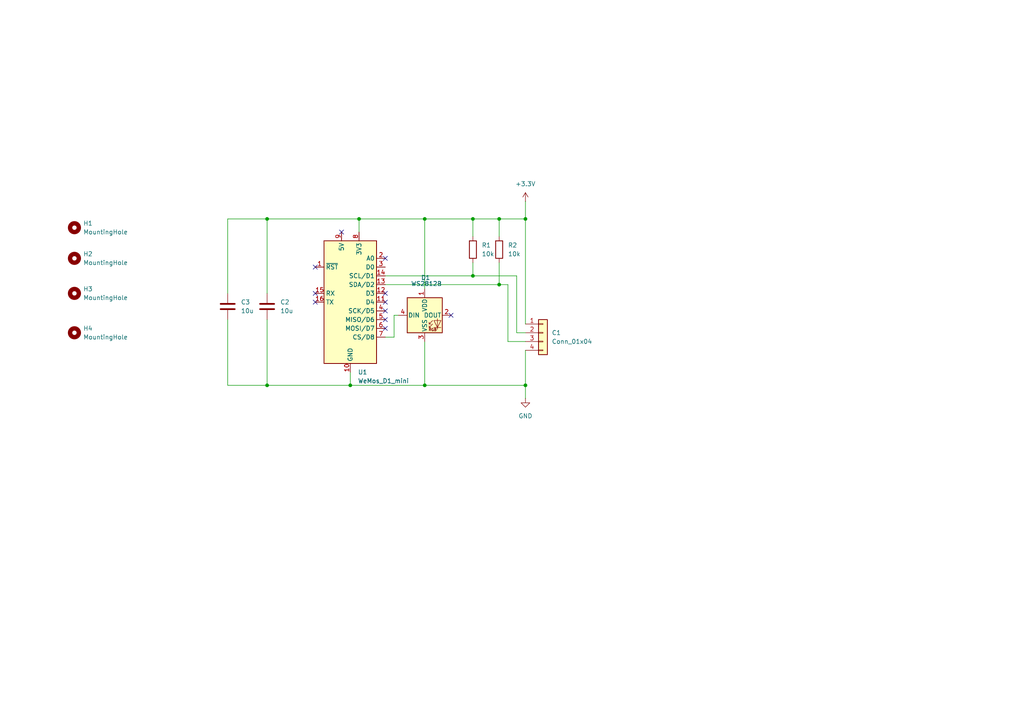
<source format=kicad_sch>
(kicad_sch (version 20231120) (generator "eeschema") (generator_version "8.0")
  (paper "A4")
  (lib_symbols
    (symbol "Device:C" (pin_numbers hide) (pin_names (offset 0.254))
      (property "Reference" "C" (at 0.635 2.54 0))
      (property "Value" "C" (at 0.635 -2.54 0))
      (symbol "C_0_1"
        (polyline (pts (xy -2.032 -0.762) (xy 2.032 -0.762)) (stroke (width 0.508)))
        (polyline (pts (xy -2.032 0.762) (xy 2.032 0.762)) (stroke (width 0.508)))
      )
      (symbol "C_1_1"
        (pin passive line (at 0 3.81 270) (length 2.794) (name "~") (number "1"))
        (pin passive line (at 0 -3.81 90) (length 2.794) (name "~") (number "2"))
      )
    )
    (symbol "Device:R" (pin_numbers hide) (pin_names (offset 0))
      (property "Reference" "R" (at 2.032 0 90))
      (property "Value" "R" (at 0 0 90))
      (symbol "R_0_1"
        (rectangle (start -1.016 -2.54) (end 1.016 2.54) (stroke (width 0.254)))
      )
      (symbol "R_1_1"
        (pin passive line (at 0 3.81 270) (length 1.27) (name "~") (number "1"))
        (pin passive line (at 0 -3.81 90) (length 1.27) (name "~") (number "2"))
      )
    )
    (symbol "LED:WS2812B" (pin_names (offset 0.254))
      (property "Reference" "D" (at 5.08 5.715 0))
      (property "Value" "WS2812B" (at 1.27 -5.715 0))
      (symbol "WS2812B_0_0"
        (text "RGB" (at 2.286 -4.191 0) (effects (font (size 0.762 0.762))))
      )
      (symbol "WS2812B_0_1"
        (polyline (pts (xy 1.27 -3.556) (xy 1.778 -3.556)))
        (polyline (pts (xy 1.27 -2.54) (xy 1.778 -2.54)))
        (polyline (pts (xy 4.699 -3.556) (xy 2.667 -3.556)))
        (polyline (pts (xy 2.286 -2.54) (xy 1.27 -3.556) (xy 1.27 -3.048)))
        (polyline (pts (xy 2.286 -1.524) (xy 1.27 -2.54) (xy 1.27 -2.032)))
        (polyline (pts (xy 3.683 -1.016) (xy 3.683 -3.556) (xy 3.683 -4.064)))
        (polyline (pts (xy 4.699 -1.524) (xy 2.667 -1.524) (xy 3.683 -3.556) (xy 4.699 -1.524)))
        (rectangle (start 5.08 5.08) (end -5.08 -5.08) (stroke (width 0.254)) (fill (type background)))
      )
      (symbol "WS2812B_1_1"
        (pin power_in line (at 0 7.62 270) (length 2.54) (name "VDD") (number "1"))
        (pin output line (at 7.62 0 180) (length 2.54) (name "DOUT") (number "2"))
        (pin power_in line (at 0 -7.62 90) (length 2.54) (name "VSS") (number "3"))
        (pin input line (at -7.62 0 0) (length 2.54) (name "DIN") (number "4"))
      )
    )
    (symbol "MCU_Module:WeMos_D1_mini"
      (property "Reference" "U" (at 3.81 19.05 0))
      (property "Value" "WeMos_D1_mini" (at 1.27 -19.05 0))
      (symbol "WeMos_D1_mini_1_1"
        (rectangle (start -7.62 17.78) (end 7.62 -17.78) (stroke (width 0.254)) (fill (type background)))
        (pin input line (at -10.16 10.16 0) (length 2.54) (name "~{RST}") (number "1"))
        (pin power_in line (at 0 -20.32 90) (length 2.54) (name "GND") (number "10"))
        (pin bidirectional line (at 10.16 0 180) (length 2.54) (name "D4") (number "11"))
        (pin bidirectional line (at 10.16 2.54 180) (length 2.54) (name "D3") (number "12"))
        (pin bidirectional line (at 10.16 5.08 180) (length 2.54) (name "SDA/D2") (number "13"))
        (pin bidirectional line (at 10.16 7.62 180) (length 2.54) (name "SCL/D1") (number "14"))
        (pin input line (at -10.16 2.54 0) (length 2.54) (name "RX") (number "15"))
        (pin output line (at -10.16 0 0) (length 2.54) (name "TX") (number "16"))
        (pin input line (at 10.16 12.7 180) (length 2.54) (name "A0") (number "2"))
        (pin bidirectional line (at 10.16 10.16 180) (length 2.54) (name "D0") (number "3"))
        (pin bidirectional line (at 10.16 -2.54 180) (length 2.54) (name "SCK/D5") (number "4"))
        (pin bidirectional line (at 10.16 -5.08 180) (length 2.54) (name "MISO/D6") (number "5"))
        (pin bidirectional line (at 10.16 -7.62 180) (length 2.54) (name "MOSI/D7") (number "6"))
        (pin bidirectional line (at 10.16 -10.16 180) (length 2.54) (name "CS/D8") (number "7"))
        (pin power_out line (at 2.54 20.32 270) (length 2.54) (name "3V3") (number "8"))
        (pin power_in line (at -2.54 20.32 270) (length 2.54) (name "5V") (number "9"))
      )
    )
    (symbol "Mechanical:MountingHole" (pin_names (offset 1.016)) (exclude_from_sim yes) (in_bom no)
      (property "Reference" "H" (at 0 5.08 0))
      (property "Value" "MountingHole" (at 0 3.175 0))
      (symbol "MountingHole_0_1"
        (circle (center 0 0) (radius 1.27) (stroke (width 1.27)))
      )
    )
    (symbol "nobo_connector:NoboConn_01x04" (pin_names (offset 1.016) hide)
      (property "Reference" "C" (at 0 5.08 0))
      (property "Value" "Conn_01x04" (at 0 -7.62 0))
      (symbol "NoboConn_01x04_1_1"
        (rectangle (start -1.27 -4.953) (end 0 -5.207) (stroke (width 0.1524)))
        (rectangle (start -1.27 -2.413) (end 0 -2.667) (stroke (width 0.1524)))
        (rectangle (start -1.27 0.127) (end 0 -0.127) (stroke (width 0.1524)))
        (rectangle (start -1.27 2.667) (end 0 2.413) (stroke (width 0.1524)))
        (rectangle (start -1.27 3.81) (end 1.27 -6.35) (stroke (width 0.254)) (fill (type background)))
        (pin passive line (at -5.08 2.54 0) (length 3.81) (name "Pin_1_(3.3V)") (number "1"))
        (pin passive line (at -5.08 0 0) (length 3.81) (name "Pin_2_(SCL)") (number "2"))
        (pin passive line (at -5.08 -2.54 0) (length 3.81) (name "Pin_3_(SDA)") (number "3"))
        (pin passive line (at -5.08 -5.08 0) (length 3.81) (name "Pin_4_(GND)") (number "4"))
      )
    )
    (symbol "power:+3.3V" (power) (pin_numbers hide) (pin_names (offset 0) hide)
      (property "Value" "+3.3V" (at 0 3.556 0))
      (symbol "+3.3V_0_1"
        (polyline (pts (xy -0.762 1.27) (xy 0 2.54)))
        (polyline (pts (xy 0 0) (xy 0 2.54)))
        (polyline (pts (xy 0 2.54) (xy 0.762 1.27)))
      )
      (symbol "+3.3V_1_1"
        (pin power_in line (at 0 0 90) (length 0) (name "~") (number "1"))
      )
    )
    (symbol "power:GND" (power) (pin_numbers hide) (pin_names (offset 0) hide)
      (property "Value" "GND" (at 0 -3.81 0))
      (symbol "GND_0_1"
        (polyline (pts (xy 0 0) (xy 0 -1.27) (xy 1.27 -1.27) (xy 0 -2.54) (xy -1.27 -1.27) (xy 0 -1.27)))
      )
      (symbol "GND_1_1"
        (pin power_in line (at 0 0 270) (length 0) (name "~") (number "1"))
      )
    )
  )
  (junction (at 104.14 63.5))
  (junction (at 144.78 82.55))
  (junction (at 101.6 111.76))
  (junction (at 144.78 63.5))
  (junction (at 77.47 111.76))
  (junction (at 152.4 111.76))
  (junction (at 77.47 63.5))
  (junction (at 137.16 63.5))
  (junction (at 137.16 80.01))
  (junction (at 152.4 63.5))
  (junction (at 123.19 63.5))
  (junction (at 123.19 111.76))
  (no_connect (at 111.76 85.09))
  (no_connect (at 111.76 92.71))
  (no_connect (at 111.76 87.63))
  (no_connect (at 111.76 74.93))
  (no_connect (at 91.44 77.47))
  (no_connect (at 91.44 85.09))
  (no_connect (at 130.81 91.44))
  (no_connect (at 111.76 90.17))
  (no_connect (at 99.06 67.31))
  (no_connect (at 91.44 87.63))
  (no_connect (at 111.76 95.25))
  (wire (pts (xy 147.32 99.06) (xy 147.32 82.55)))
  (wire (pts (xy 149.86 96.52) (xy 152.4 96.52)))
  (wire (pts (xy 101.6 111.76) (xy 101.6 107.95)))
  (wire (pts (xy 137.16 80.01) (xy 149.86 80.01)))
  (wire (pts (xy 123.19 63.5) (xy 137.16 63.5)))
  (wire (pts (xy 114.3 91.44) (xy 115.57 91.44)))
  (wire (pts (xy 144.78 76.2) (xy 144.78 82.55)))
  (wire (pts (xy 123.19 63.5) (xy 123.19 83.82)))
  (wire (pts (xy 144.78 63.5) (xy 144.78 68.58)))
  (wire (pts (xy 111.76 80.01) (xy 137.16 80.01)))
  (wire (pts (xy 111.76 82.55) (xy 144.78 82.55)))
  (wire (pts (xy 152.4 63.5) (xy 152.4 58.42)))
  (wire (pts (xy 77.47 63.5) (xy 104.14 63.5)))
  (wire (pts (xy 149.86 96.52) (xy 149.86 80.01)))
  (wire (pts (xy 152.4 63.5) (xy 152.4 93.98)))
  (wire (pts (xy 144.78 82.55) (xy 147.32 82.55)))
  (wire (pts (xy 66.04 63.5) (xy 77.47 63.5)))
  (wire (pts (xy 123.19 99.06) (xy 123.19 111.76)))
  (wire (pts (xy 101.6 111.76) (xy 123.19 111.76)))
  (wire (pts (xy 66.04 92.71) (xy 66.04 111.76)))
  (wire (pts (xy 152.4 115.57) (xy 152.4 111.76)))
  (wire (pts (xy 152.4 101.6) (xy 152.4 111.76)))
  (wire (pts (xy 123.19 111.76) (xy 152.4 111.76)))
  (wire (pts (xy 144.78 63.5) (xy 152.4 63.5)))
  (wire (pts (xy 66.04 85.09) (xy 66.04 63.5)))
  (wire (pts (xy 66.04 111.76) (xy 77.47 111.76)))
  (wire (pts (xy 114.3 97.79) (xy 114.3 91.44)))
  (wire (pts (xy 77.47 92.71) (xy 77.47 111.76)))
  (wire (pts (xy 77.47 85.09) (xy 77.47 63.5)))
  (wire (pts (xy 77.47 111.76) (xy 101.6 111.76)))
  (wire (pts (xy 137.16 76.2) (xy 137.16 80.01)))
  (wire (pts (xy 137.16 63.5) (xy 144.78 63.5)))
  (wire (pts (xy 137.16 63.5) (xy 137.16 68.58)))
  (wire (pts (xy 111.76 97.79) (xy 114.3 97.79)))
  (wire (pts (xy 104.14 63.5) (xy 104.14 67.31)))
  (wire (pts (xy 152.4 99.06) (xy 147.32 99.06)))
  (wire (pts (xy 104.14 63.5) (xy 123.19 63.5)))
  (symbol (lib_id "Mechanical:MountingHole") (at 21.59 66.04 0) (unit 1) (exclude_from_sim yes) (in_bom no)
    (property "Reference" "H1" (at 24.13 64.7699 0) (effects (justify left)))
    (property "Value" "MountingHole" (at 24.13 67.3099 0) (effects (justify left)))
    (property "Footprint" "MountingHole:MountingHole_3.7mm" (effects (hide yes)))
    (property "Description" "Mounting Hole without connection" (effects (hide yes)))
  )
  (symbol (lib_id "power:+3.3V") (at 152.4 58.42 0) (unit 1)
    (property "Reference" "#PWR01" (effects (hide yes)))
    (property "Value" "+3.3V" (at 152.4 53.34 0))
    (property "Description" "Power symbol creates a global label with name \"+3.3V\"" (effects (hide yes)))
  )
  (symbol (lib_id "Device:R") (at 137.16 72.39 0) (unit 1)
    (property "Reference" "R1" (at 139.7 71.1199 0) (effects (justify left)))
    (property "Value" "10k" (at 139.7 73.6599 0) (effects (justify left)))
    (property "Footprint" "Resistor_SMD:R_0603_1608Metric_Pad0.98x0.95mm_HandSolder" (effects (hide yes)))
    (property "Description" "Resistor" (effects (hide yes)))
  )
  (symbol (lib_id "Mechanical:MountingHole") (at 21.59 96.52 0) (unit 1) (exclude_from_sim yes) (in_bom no)
    (property "Reference" "H4" (at 24.13 95.2499 0) (effects (justify left)))
    (property "Value" "MountingHole" (at 24.13 97.7899 0) (effects (justify left)))
    (property "Footprint" "MountingHole:MountingHole_3.7mm" (effects (hide yes)))
    (property "Description" "Mounting Hole without connection" (effects (hide yes)))
  )
  (symbol (lib_id "Mechanical:MountingHole") (at 21.59 74.93 0) (unit 1) (exclude_from_sim yes) (in_bom no)
    (property "Reference" "H2" (at 24.13 73.6599 0) (effects (justify left)))
    (property "Value" "MountingHole" (at 24.13 76.1999 0) (effects (justify left)))
    (property "Footprint" "MountingHole:MountingHole_3.7mm" (effects (hide yes)))
    (property "Description" "Mounting Hole without connection" (effects (hide yes)))
  )
  (symbol (lib_id "MCU_Module:WeMos_D1_mini") (at 101.6 87.63 0) (unit 1)
    (property "Reference" "U1" (at 103.7941 107.95 0) (effects (justify left)))
    (property "Value" "WeMos_D1_mini" (at 103.7941 110.49 0) (effects (justify left)))
    (property "Footprint" "Library:WEMOS_D1_mini_light2" (effects (hide yes)))
    (property "Datasheet" "https://wiki.wemos.cc/products:d1:d1_mini#documentation" (effects (hide yes)))
    (property "Description" "32-bit microcontroller module with WiFi" (effects (hide yes)))
  )
  (symbol (lib_id "Device:C") (at 66.04 88.9 0) (unit 1)
    (property "Reference" "C3" (at 69.85 87.6299 0) (effects (justify left)))
    (property "Value" "10u" (at 69.85 90.1699 0) (effects (justify left)))
    (property "Footprint" "Capacitor_SMD:C_0603_1608Metric_Pad1.08x0.95mm_HandSolder" (effects (hide yes)))
    (property "Description" "Unpolarized capacitor" (effects (hide yes)))
  )
  (symbol (lib_id "Mechanical:MountingHole") (at 21.59 85.09 0) (unit 1) (exclude_from_sim yes) (in_bom no)
    (property "Reference" "H3" (at 24.13 83.8199 0) (effects (justify left)))
    (property "Value" "MountingHole" (at 24.13 86.3599 0) (effects (justify left)))
    (property "Footprint" "MountingHole:MountingHole_3.7mm" (effects (hide yes)))
    (property "Description" "Mounting Hole without connection" (effects (hide yes)))
  )
  (symbol (lib_id "LED:WS2812B") (at 123.19 91.44 0) (unit 1)
    (property "Reference" "D1" (at 123.444 80.518 0))
    (property "Value" "WS2812B" (at 123.698 82.296 0))
    (property "Footprint" "LED_SMD:LED_WS2812B_PLCC4_5.0x5.0mm_P3.2mm" (effects (hide yes)))
    (property "Datasheet" "https://cdn-shop.adafruit.com/datasheets/WS2812B.pdf" (effects (hide yes)))
    (property "Description" "RGB LED with integrated controller" (effects (hide yes)))
  )
  (symbol (lib_id "Device:R") (at 144.78 72.39 0) (unit 1)
    (property "Reference" "R2" (at 147.32 71.1199 0) (effects (justify left)))
    (property "Value" "10k" (at 147.32 73.6599 0) (effects (justify left)))
    (property "Footprint" "Resistor_SMD:R_0603_1608Metric_Pad0.98x0.95mm_HandSolder" (effects (hide yes)))
    (property "Description" "Resistor" (effects (hide yes)))
  )
  (symbol (lib_id "power:GND") (at 152.4 115.57 0) (unit 1)
    (property "Reference" "#PWR02" (effects (hide yes)))
    (property "Value" "GND" (at 152.4 120.65 0))
    (property "Description" "Power symbol creates a global label with name \"GND\" , ground" (effects (hide yes)))
  )
  (symbol (lib_id "Device:C") (at 77.47 88.9 0) (unit 1)
    (property "Reference" "C2" (at 81.28 87.6299 0) (effects (justify left)))
    (property "Value" "10u" (at 81.28 90.1699 0) (effects (justify left)))
    (property "Footprint" "Capacitor_SMD:C_0603_1608Metric_Pad1.08x0.95mm_HandSolder" (effects (hide yes)))
    (property "Description" "Unpolarized capacitor" (effects (hide yes)))
  )
  (symbol (lib_id "nobo_connector:NoboConn_01x04") (at 157.48 96.52 0) (unit 1)
    (property "Reference" "C1" (at 160.02 96.5199 0) (effects (justify left)))
    (property "Value" "Conn_01x04" (at 160.02 99.0599 0) (effects (justify left)))
    (property "Footprint" "NoboLibrary:nobo" (effects (hide yes)))
    (property "Description" "Generic connector, single row, 01x04, script generated (kicad-library-utils/schlib/autogen/connector/)" (effects (hide yes)))
  )
)
</source>
